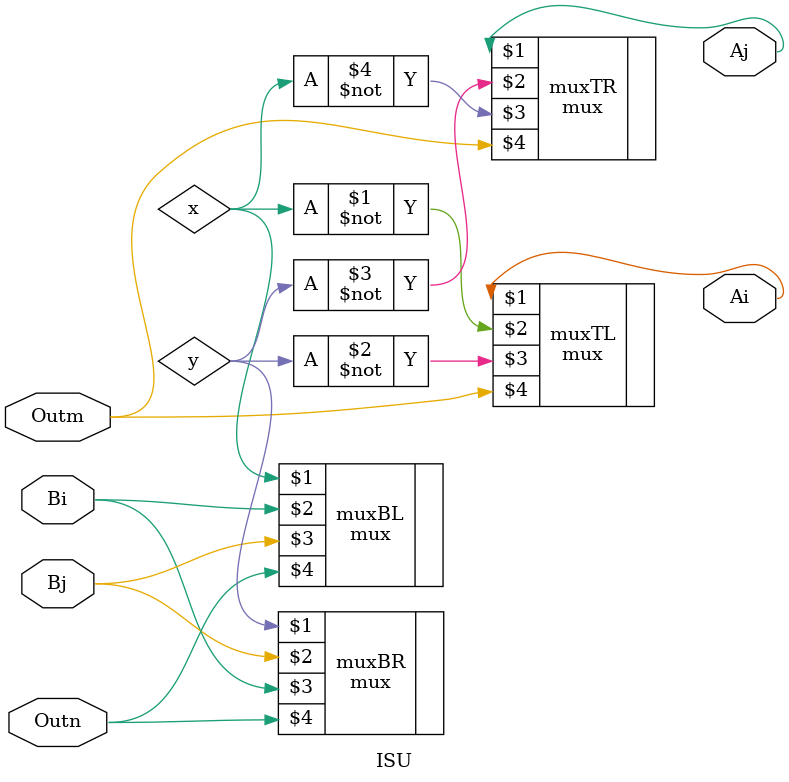
<source format=v>
`timescale 1ns / 1ps


module ISU(Ai, Aj, Bi, Bj, Outm, Outn);
output Ai, Aj;
input Bi, Bj, Outm, Outn;
wire x,y;
mux muxBL(x,Bi,Bj,Outn);
mux muxBR(y,Bj,Bi,Outn);
mux muxTL(Ai,~x,~y,Outm);
mux muxTR(Aj,~y,~x,Outm);
endmodule
</source>
